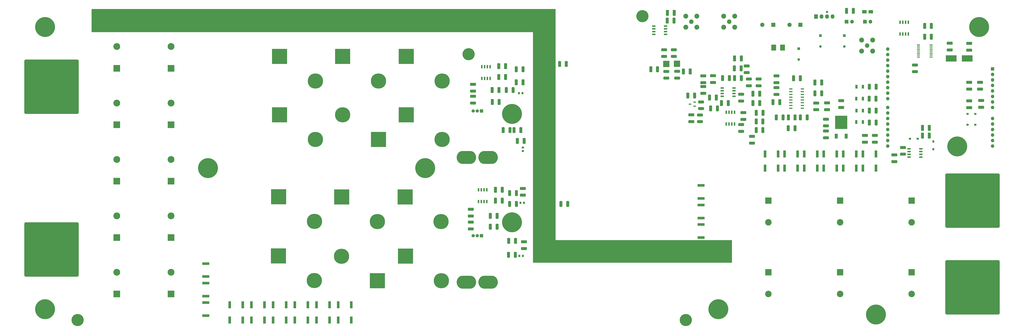
<source format=gbr>
%TF.GenerationSoftware,KiCad,Pcbnew,8.0.8-8.0.8-0~ubuntu22.04.1*%
%TF.CreationDate,2025-02-20T20:21:32-08:00*%
%TF.ProjectId,InverterBoostConverter,496e7665-7274-4657-9242-6f6f7374436f,rev?*%
%TF.SameCoordinates,Original*%
%TF.FileFunction,Soldermask,Top*%
%TF.FilePolarity,Negative*%
%FSLAX46Y46*%
G04 Gerber Fmt 4.6, Leading zero omitted, Abs format (unit mm)*
G04 Created by KiCad (PCBNEW 8.0.8-8.0.8-0~ubuntu22.04.1) date 2025-02-20 20:21:32*
%MOMM*%
%LPD*%
G01*
G04 APERTURE LIST*
G04 Aperture macros list*
%AMRoundRect*
0 Rectangle with rounded corners*
0 $1 Rounding radius*
0 $2 $3 $4 $5 $6 $7 $8 $9 X,Y pos of 4 corners*
0 Add a 4 corners polygon primitive as box body*
4,1,4,$2,$3,$4,$5,$6,$7,$8,$9,$2,$3,0*
0 Add four circle primitives for the rounded corners*
1,1,$1+$1,$2,$3*
1,1,$1+$1,$4,$5*
1,1,$1+$1,$6,$7*
1,1,$1+$1,$8,$9*
0 Add four rect primitives between the rounded corners*
20,1,$1+$1,$2,$3,$4,$5,0*
20,1,$1+$1,$4,$5,$6,$7,0*
20,1,$1+$1,$6,$7,$8,$9,0*
20,1,$1+$1,$8,$9,$2,$3,0*%
%AMHorizOval*
0 Thick line with rounded ends*
0 $1 width*
0 $2 $3 position (X,Y) of the first rounded end (center of the circle)*
0 $4 $5 position (X,Y) of the second rounded end (center of the circle)*
0 Add line between two ends*
20,1,$1,$2,$3,$4,$5,0*
0 Add two circle primitives to create the rounded ends*
1,1,$1,$2,$3*
1,1,$1,$4,$5*%
%AMFreePoly0*
4,1,6,1.000000,0.000000,0.500000,-0.750000,-0.500000,-0.750000,-0.500000,0.750000,0.500000,0.750000,1.000000,0.000000,1.000000,0.000000,$1*%
G04 Aperture macros list end*
%ADD10C,0.200000*%
%ADD11R,3.150000X3.150000*%
%ADD12C,3.150000*%
%ADD13R,3.000000X3.000000*%
%ADD14C,3.000000*%
%ADD15R,1.200000X1.200000*%
%ADD16C,1.200000*%
%ADD17RoundRect,0.250000X-0.412500X-1.100000X0.412500X-1.100000X0.412500X1.100000X-0.412500X1.100000X0*%
%ADD18R,2.290000X2.720000*%
%ADD19C,2.050000*%
%ADD20C,2.250000*%
%ADD21R,1.528000X0.650000*%
%ADD22RoundRect,0.250000X0.400000X1.075000X-0.400000X1.075000X-0.400000X-1.075000X0.400000X-1.075000X0*%
%ADD23R,1.200000X3.300000*%
%ADD24R,1.000000X1.750000*%
%ADD25RoundRect,0.250000X0.412500X1.100000X-0.412500X1.100000X-0.412500X-1.100000X0.412500X-1.100000X0*%
%ADD26R,0.950000X1.000000*%
%ADD27R,7.005000X7.005000*%
%ADD28C,7.005000*%
%ADD29C,9.200000*%
%ADD30RoundRect,0.250000X1.100000X-0.412500X1.100000X0.412500X-1.100000X0.412500X-1.100000X-0.412500X0*%
%ADD31R,1.950000X1.950000*%
%ADD32C,1.950000*%
%ADD33C,1.100000*%
%ADD34R,1.730000X2.030000*%
%ADD35O,1.730000X2.030000*%
%ADD36RoundRect,0.250000X-1.075000X0.400000X-1.075000X-0.400000X1.075000X-0.400000X1.075000X0.400000X0*%
%ADD37R,1.000000X0.950000*%
%ADD38R,1.397000X2.286000*%
%ADD39R,5.690000X6.180000*%
%ADD40RoundRect,0.250000X1.075000X-0.400000X1.075000X0.400000X-1.075000X0.400000X-1.075000X-0.400000X0*%
%ADD41RoundRect,0.250000X-1.100000X0.412500X-1.100000X-0.412500X1.100000X-0.412500X1.100000X0.412500X0*%
%ADD42R,1.475000X0.450000*%
%ADD43RoundRect,0.500000X12.000000X-12.000000X12.000000X12.000000X-12.000000X12.000000X-12.000000X-12.000000X0*%
%ADD44R,1.550000X0.600000*%
%ADD45RoundRect,0.500000X-12.000000X-12.000000X12.000000X-12.000000X12.000000X12.000000X-12.000000X12.000000X0*%
%ADD46R,3.300000X1.200000*%
%ADD47R,1.600000X1.600000*%
%ADD48O,1.600000X1.600000*%
%ADD49R,1.050000X0.850000*%
%ADD50C,5.600000*%
%ADD51R,0.650000X1.528000*%
%ADD52R,0.850000X1.050000*%
%ADD53R,1.250000X0.600000*%
%ADD54RoundRect,0.250000X-0.400000X-1.075000X0.400000X-1.075000X0.400000X1.075000X-0.400000X1.075000X0*%
%ADD55R,1.500000X1.500000*%
%ADD56C,1.500000*%
%ADD57HorizOval,0.800000X0.000000X0.000000X0.000000X0.000000X0*%
%ADD58HorizOval,0.800000X0.000000X0.000000X0.000000X0.000000X0*%
%ADD59C,0.800000*%
%ADD60O,9.000000X6.000000*%
%ADD61FreePoly0,0.000000*%
%ADD62FreePoly0,180.000000*%
%ADD63R,1.700000X1.700000*%
%ADD64O,1.700000X1.700000*%
%ADD65R,4.900000X3.000000*%
G04 APERTURE END LIST*
D10*
X234750000Y-1750000D02*
X245000000Y-1750000D01*
X245000000Y-118500000D01*
X234750000Y-118500000D01*
X234750000Y-1750000D01*
G36*
X234750000Y-1750000D02*
G01*
X245000000Y-1750000D01*
X245000000Y-118500000D01*
X234750000Y-118500000D01*
X234750000Y-1750000D01*
G37*
X31500000Y-1750000D02*
X245000000Y-1750000D01*
X245000000Y-12250000D01*
X31500000Y-12250000D01*
X31500000Y-1750000D01*
G36*
X31500000Y-1750000D02*
G01*
X245000000Y-1750000D01*
X245000000Y-12250000D01*
X31500000Y-12250000D01*
X31500000Y-1750000D01*
G37*
X236875000Y-108250000D02*
X326125000Y-108250000D01*
X326125000Y-118500000D01*
X236875000Y-118500000D01*
X236875000Y-108250000D01*
G36*
X236875000Y-108250000D02*
G01*
X326125000Y-108250000D01*
X326125000Y-118500000D01*
X236875000Y-118500000D01*
X236875000Y-108250000D01*
G37*
D11*
%TO.C,C56*%
X68000000Y-55000000D03*
D12*
X68000000Y-45000000D03*
%TD*%
D11*
%TO.C,C54*%
X68000000Y-29000000D03*
D12*
X68000000Y-19000000D03*
%TD*%
D11*
%TO.C,C51*%
X68000000Y-81000000D03*
D12*
X68000000Y-71000000D03*
%TD*%
D11*
%TO.C,C50*%
X43000000Y-107000000D03*
D12*
X43000000Y-97000000D03*
%TD*%
D11*
%TO.C,C44*%
X68000000Y-133000000D03*
D12*
X68000000Y-123000000D03*
%TD*%
D11*
%TO.C,C53*%
X43000000Y-55000000D03*
D12*
X43000000Y-45000000D03*
%TD*%
D11*
%TO.C,C52*%
X43000000Y-81000000D03*
D12*
X43000000Y-71000000D03*
%TD*%
D11*
%TO.C,C55*%
X43000000Y-29000000D03*
D12*
X43000000Y-19000000D03*
%TD*%
D11*
%TO.C,C46*%
X68000000Y-107000000D03*
D12*
X68000000Y-97000000D03*
%TD*%
D11*
%TO.C,C45*%
X43000000Y-133000000D03*
D12*
X43000000Y-123000000D03*
%TD*%
D13*
%TO.C,C39*%
X343000000Y-123000000D03*
D14*
X343000000Y-133000000D03*
%TD*%
D13*
%TO.C,C37*%
X376000000Y-123000000D03*
D14*
X376000000Y-133000000D03*
%TD*%
D13*
%TO.C,C17*%
X409000000Y-123000000D03*
D14*
X409000000Y-133000000D03*
%TD*%
D13*
%TO.C,C14*%
X409000000Y-90000000D03*
D14*
X409000000Y-100000000D03*
%TD*%
D13*
%TO.C,C15*%
X376000000Y-90000000D03*
D14*
X376000000Y-100000000D03*
%TD*%
D13*
%TO.C,C38*%
X343000000Y-90000000D03*
D14*
X343000000Y-100000000D03*
%TD*%
D15*
%TO.C,C3*%
X357000000Y-20000000D03*
D16*
X357000000Y-25000000D03*
%TD*%
D15*
%TO.C,C2*%
X367000000Y-14000000D03*
D16*
X367000000Y-19000000D03*
%TD*%
D15*
%TO.C,C1*%
X378000000Y-14000000D03*
D16*
X378000000Y-19000000D03*
%TD*%
D17*
%TO.C,C24*%
X327437500Y-24500000D03*
X330562500Y-24500000D03*
%TD*%
D18*
%TO.C,Z1*%
X349500000Y-19500000D03*
X345450000Y-19500000D03*
%TD*%
D19*
%TO.C,J4*%
X325000000Y-7500000D03*
D20*
X322460000Y-4960000D03*
X322460000Y-10040000D03*
X327540000Y-4960000D03*
X327540000Y-10040000D03*
%TD*%
D21*
%TO.C,IC5*%
X407789000Y-66095000D03*
X407789000Y-67365000D03*
X407789000Y-68635000D03*
X407789000Y-69905000D03*
X413211000Y-69905000D03*
X413211000Y-68635000D03*
X413211000Y-67365000D03*
X413211000Y-66095000D03*
%TD*%
D22*
%TO.C,R19*%
X360850000Y-51635000D03*
X357750000Y-51635000D03*
%TD*%
D23*
%TO.C,R14*%
X356500000Y-68500000D03*
X350500000Y-68500000D03*
%TD*%
D24*
%TO.C,LED1*%
X383500000Y-53800000D03*
X386500000Y-53800000D03*
%TD*%
D25*
%TO.C,C20*%
X348262500Y-44635000D03*
X345137500Y-44635000D03*
%TD*%
D22*
%TO.C,R45*%
X225500000Y-39000000D03*
X222400000Y-39000000D03*
%TD*%
D26*
%TO.C,FB1*%
X228400000Y-115500000D03*
X230000000Y-115500000D03*
%TD*%
D22*
%TO.C,R55*%
X227000000Y-91500000D03*
X223900000Y-91500000D03*
%TD*%
D17*
%TO.C,C75*%
X215000000Y-97000000D03*
X218125000Y-97000000D03*
%TD*%
D27*
%TO.C,L6*%
X175795000Y-88295000D03*
D28*
X192295000Y-99635000D03*
%TD*%
D19*
%TO.C,SW1*%
X388500000Y-18500000D03*
D20*
X385960000Y-15960000D03*
X385960000Y-21040000D03*
X391040000Y-15960000D03*
X391040000Y-21040000D03*
%TD*%
D17*
%TO.C,C57*%
X296500000Y-3500000D03*
X299625000Y-3500000D03*
%TD*%
D23*
%TO.C,R74*%
X359500000Y-75000000D03*
X365500000Y-75000000D03*
%TD*%
%TO.C,R15*%
X359500000Y-68500000D03*
X365500000Y-68500000D03*
%TD*%
D27*
%TO.C,L3*%
X117500000Y-115500000D03*
D28*
X134000000Y-126840000D03*
%TD*%
D19*
%TO.C,J3*%
X307500000Y-7500000D03*
D20*
X304960000Y-4960000D03*
X304960000Y-10040000D03*
X310040000Y-4960000D03*
X310040000Y-10040000D03*
%TD*%
D29*
%TO.C,REF\u002A\u002A*%
X10000000Y-10000000D03*
%TD*%
D23*
%TO.C,R5*%
X135000000Y-145000000D03*
X141000000Y-145000000D03*
%TD*%
D30*
%TO.C,C68*%
X426500000Y-20562500D03*
X426500000Y-17437500D03*
%TD*%
D31*
%TO.C,J2*%
X357760000Y-9000000D03*
D32*
X352760000Y-9000000D03*
%TD*%
D30*
%TO.C,C28*%
X307512500Y-53625000D03*
X307512500Y-50500000D03*
%TD*%
D33*
%TO.C,M1*%
X370040000Y-3040000D03*
D34*
X364960000Y-5200000D03*
D35*
X367500000Y-5200000D03*
X370040000Y-5200000D03*
X372580000Y-5200000D03*
%TD*%
D36*
%TO.C,R32*%
X334000000Y-33950000D03*
X334000000Y-37050000D03*
%TD*%
D37*
%TO.C,FB4*%
X230000000Y-65500000D03*
X230000000Y-67100000D03*
%TD*%
D17*
%TO.C,C34*%
X335875000Y-45000000D03*
X339000000Y-45000000D03*
%TD*%
D27*
%TO.C,L10*%
X176295000Y-50500000D03*
D28*
X192795000Y-61840000D03*
%TD*%
D23*
%TO.C,R68*%
X131000000Y-138000000D03*
X125000000Y-138000000D03*
%TD*%
D17*
%TO.C,C79*%
X218875000Y-28000000D03*
X222000000Y-28000000D03*
%TD*%
D38*
%TO.C,Q3*%
X374214000Y-60291000D03*
X378786000Y-60291000D03*
D39*
X376500000Y-53892000D03*
%TD*%
D24*
%TO.C,LED2*%
X383550000Y-48500000D03*
X386550000Y-48500000D03*
%TD*%
D40*
%TO.C,R43*%
X296000000Y-33550000D03*
X296000000Y-30450000D03*
%TD*%
D27*
%TO.C,L1*%
X117545000Y-88250000D03*
D28*
X134045000Y-99590000D03*
%TD*%
D23*
%TO.C,R65*%
X95000000Y-138000000D03*
X101000000Y-138000000D03*
%TD*%
%TO.C,R1*%
X95000000Y-145000000D03*
X101000000Y-145000000D03*
%TD*%
D41*
%TO.C,C47*%
X230000000Y-84375000D03*
X230000000Y-87500000D03*
%TD*%
D22*
%TO.C,R63*%
X392600000Y-48500000D03*
X389500000Y-48500000D03*
%TD*%
D13*
%TO.C,TP1*%
X300950000Y-26950000D03*
%TD*%
D29*
%TO.C,*%
X392500000Y-142500000D03*
%TD*%
D27*
%TO.C,L4*%
X146545000Y-88295000D03*
D28*
X163045000Y-99635000D03*
%TD*%
D22*
%TO.C,R34*%
X330550000Y-33500000D03*
X327450000Y-33500000D03*
%TD*%
D42*
%TO.C,IC6*%
X417938000Y-23925000D03*
X417938000Y-23275000D03*
X417938000Y-22625000D03*
X417938000Y-21975000D03*
X417938000Y-21325000D03*
X417938000Y-20675000D03*
X417938000Y-20025000D03*
X417938000Y-19375000D03*
X417938000Y-18725000D03*
X417938000Y-18075000D03*
X412062000Y-18075000D03*
X412062000Y-18725000D03*
X412062000Y-19375000D03*
X412062000Y-20025000D03*
X412062000Y-20675000D03*
X412062000Y-21325000D03*
X412062000Y-21975000D03*
X412062000Y-22625000D03*
X412062000Y-23275000D03*
X412062000Y-23925000D03*
%TD*%
D17*
%TO.C,C76*%
X215875000Y-39000000D03*
X219000000Y-39000000D03*
%TD*%
D22*
%TO.C,R30*%
X319550000Y-47500000D03*
X316450000Y-47500000D03*
%TD*%
D36*
%TO.C,R80*%
X369500000Y-52450000D03*
X369500000Y-55550000D03*
%TD*%
D22*
%TO.C,R51*%
X226500000Y-115000000D03*
X223400000Y-115000000D03*
%TD*%
D26*
%TO.C,FB2*%
X228200000Y-40500000D03*
X229800000Y-40500000D03*
%TD*%
D25*
%TO.C,C32*%
X292000000Y-29500000D03*
X288875000Y-29500000D03*
%TD*%
D17*
%TO.C,C73*%
X215000000Y-102000000D03*
X218125000Y-102000000D03*
%TD*%
D29*
%TO.C,*%
X225000000Y-100000000D03*
%TD*%
D21*
%TO.C,IC4*%
X290289000Y-9595000D03*
X290289000Y-10865000D03*
X290289000Y-12135000D03*
X290289000Y-13405000D03*
X295711000Y-13405000D03*
X295711000Y-12135000D03*
X295711000Y-10865000D03*
X295711000Y-9595000D03*
%TD*%
D13*
%TO.C,TP2*%
X296000000Y-27000000D03*
%TD*%
D43*
%TO.C,J9*%
X437000000Y-130000000D03*
%TD*%
D29*
%TO.C,*%
X440000000Y-10000000D03*
%TD*%
D23*
%TO.C,R66*%
X111000000Y-138000000D03*
X105000000Y-138000000D03*
%TD*%
D44*
%TO.C,IC1*%
X358700000Y-47445000D03*
X358700000Y-46175000D03*
X358700000Y-44905000D03*
X358700000Y-43635000D03*
X358700000Y-42365000D03*
X358700000Y-41095000D03*
X358700000Y-39825000D03*
X358700000Y-38555000D03*
X353300000Y-38555000D03*
X353300000Y-39825000D03*
X353300000Y-41095000D03*
X353300000Y-42365000D03*
X353300000Y-43635000D03*
X353300000Y-44905000D03*
X353300000Y-46175000D03*
X353300000Y-47445000D03*
%TD*%
D17*
%TO.C,C23*%
X327375000Y-29000000D03*
X330500000Y-29000000D03*
%TD*%
D29*
%TO.C,REF\u002A\u002A*%
X85000000Y-75000000D03*
%TD*%
D23*
%TO.C,R75*%
X374500000Y-75000000D03*
X368500000Y-75000000D03*
%TD*%
D17*
%TO.C,C74*%
X217375000Y-85000000D03*
X220500000Y-85000000D03*
%TD*%
D22*
%TO.C,R20*%
X355250000Y-56635000D03*
X352150000Y-56635000D03*
%TD*%
D36*
%TO.C,R29*%
X312012500Y-44512500D03*
X312012500Y-47612500D03*
%TD*%
D22*
%TO.C,R40*%
X230050000Y-29500000D03*
X226950000Y-29500000D03*
%TD*%
D23*
%TO.C,R16*%
X374500000Y-68500000D03*
X368500000Y-68500000D03*
%TD*%
D17*
%TO.C,C77*%
X227437500Y-62500000D03*
X230562500Y-62500000D03*
%TD*%
D45*
%TO.C,J8*%
X13000000Y-37500000D03*
%TD*%
D23*
%TO.C,R6*%
X151000000Y-145000000D03*
X145000000Y-145000000D03*
%TD*%
%TO.C,R13*%
X341500000Y-68500000D03*
X347500000Y-68500000D03*
%TD*%
D25*
%TO.C,C22*%
X357762500Y-33635000D03*
X354637500Y-33635000D03*
%TD*%
D36*
%TO.C,R48*%
X369500000Y-57900000D03*
X369500000Y-61000000D03*
%TD*%
D41*
%TO.C,C18*%
X365000000Y-45000000D03*
X365000000Y-48125000D03*
%TD*%
D40*
%TO.C,R41*%
X301000000Y-33500000D03*
X301000000Y-30400000D03*
%TD*%
D46*
%TO.C,R12*%
X312000000Y-101000000D03*
X312000000Y-107000000D03*
%TD*%
D17*
%TO.C,C21*%
X364437500Y-35562500D03*
X367562500Y-35562500D03*
%TD*%
D36*
%TO.C,R33*%
X330500000Y-41000000D03*
X330500000Y-44100000D03*
%TD*%
D46*
%TO.C,R9*%
X84000000Y-125000000D03*
X84000000Y-119000000D03*
%TD*%
D23*
%TO.C,R72*%
X341500000Y-75000000D03*
X347500000Y-75000000D03*
%TD*%
D47*
%TO.C,A1*%
X446260000Y-29325000D03*
D48*
X446260000Y-31865000D03*
X446260000Y-34405000D03*
X446260000Y-36945000D03*
X446260000Y-39485000D03*
X446260000Y-42025000D03*
X446260000Y-44565000D03*
X446260000Y-47105000D03*
X446260000Y-52185000D03*
X446260000Y-54725000D03*
X446260000Y-57265000D03*
X446260000Y-59805000D03*
X446260000Y-62345000D03*
X446260000Y-64885000D03*
X398000000Y-64885000D03*
X398000000Y-62345000D03*
X398000000Y-59805000D03*
X398000000Y-57265000D03*
X398000000Y-54725000D03*
X398000000Y-52185000D03*
X398000000Y-49645000D03*
X398000000Y-47105000D03*
X398000000Y-43045000D03*
X398000000Y-40505000D03*
X398000000Y-37965000D03*
X398000000Y-35425000D03*
X398000000Y-32885000D03*
X398000000Y-30345000D03*
X398000000Y-27805000D03*
X398000000Y-25265000D03*
X398000000Y-22725000D03*
X398000000Y-20185000D03*
%TD*%
D49*
%TO.C,Z5*%
X438300000Y-50000000D03*
X434700000Y-50000000D03*
%TD*%
%TO.C,Z3*%
X408200000Y-61500000D03*
X411800000Y-61500000D03*
%TD*%
D30*
%TO.C,C71*%
X206000000Y-97125000D03*
X206000000Y-94000000D03*
%TD*%
D17*
%TO.C,C63*%
X413937500Y-56500000D03*
X417062500Y-56500000D03*
%TD*%
D22*
%TO.C,R38*%
X340500000Y-57500000D03*
X337400000Y-57500000D03*
%TD*%
D41*
%TO.C,C35*%
X230500000Y-109000000D03*
X230500000Y-112125000D03*
%TD*%
D46*
%TO.C,R8*%
X84000000Y-128000000D03*
X84000000Y-134000000D03*
%TD*%
D50*
%TO.C,*%
X305000000Y-145000000D03*
%TD*%
D23*
%TO.C,R67*%
X115000000Y-138000000D03*
X121000000Y-138000000D03*
%TD*%
D45*
%TO.C,J7*%
X13000000Y-112500000D03*
%TD*%
D40*
%TO.C,R78*%
X405000000Y-68600000D03*
X405000000Y-65500000D03*
%TD*%
D30*
%TO.C,C59*%
X435500000Y-47125000D03*
X435500000Y-44000000D03*
%TD*%
D43*
%TO.C,J10*%
X437000000Y-90000000D03*
%TD*%
D36*
%TO.C,R31*%
X338500000Y-33950000D03*
X338500000Y-37050000D03*
%TD*%
D25*
%TO.C,C29*%
X324562500Y-45000000D03*
X321437500Y-45000000D03*
%TD*%
D40*
%TO.C,R23*%
X346700000Y-35635000D03*
X346700000Y-32535000D03*
%TD*%
D51*
%TO.C,IC3*%
X327405000Y-49289000D03*
X326135000Y-49289000D03*
X324865000Y-49289000D03*
X323595000Y-49289000D03*
X323595000Y-54711000D03*
X324865000Y-54711000D03*
X326135000Y-54711000D03*
X327405000Y-54711000D03*
%TD*%
D23*
%TO.C,R70*%
X151000000Y-138000000D03*
X145000000Y-138000000D03*
%TD*%
D22*
%TO.C,R21*%
X349750000Y-51635000D03*
X346650000Y-51635000D03*
%TD*%
D46*
%TO.C,R10*%
X312000000Y-83000000D03*
X312000000Y-89000000D03*
%TD*%
%TO.C,R11*%
X312000000Y-98000000D03*
X312000000Y-92000000D03*
%TD*%
D51*
%TO.C,IC7*%
X403595000Y-13211000D03*
X404865000Y-13211000D03*
X406135000Y-13211000D03*
X407405000Y-13211000D03*
X407405000Y-7789000D03*
X406135000Y-7789000D03*
X404865000Y-7789000D03*
X403595000Y-7789000D03*
%TD*%
D52*
%TO.C,Z4*%
X419000000Y-66300000D03*
X419000000Y-62700000D03*
%TD*%
D22*
%TO.C,R46*%
X229050000Y-57500000D03*
X225950000Y-57500000D03*
%TD*%
D29*
%TO.C,REF\u002A\u002A*%
X10000000Y-140000000D03*
%TD*%
D22*
%TO.C,R62*%
X392600000Y-54000000D03*
X389500000Y-54000000D03*
%TD*%
D23*
%TO.C,R3*%
X115000000Y-145000000D03*
X121000000Y-145000000D03*
%TD*%
D30*
%TO.C,C62*%
X435500000Y-38625000D03*
X435500000Y-35500000D03*
%TD*%
D17*
%TO.C,C31*%
X303937500Y-30500000D03*
X307062500Y-30500000D03*
%TD*%
D30*
%TO.C,C78*%
X207000000Y-39562500D03*
X207000000Y-36437500D03*
%TD*%
D41*
%TO.C,C25*%
X317500000Y-32437500D03*
X317500000Y-35562500D03*
%TD*%
D53*
%TO.C,U2*%
X309062500Y-46512500D03*
X309062500Y-44612500D03*
X306962500Y-45562500D03*
%TD*%
D54*
%TO.C,R58*%
X247500000Y-91500000D03*
X250600000Y-91500000D03*
%TD*%
D51*
%TO.C,IC9*%
X214905000Y-28289000D03*
X213635000Y-28289000D03*
X212365000Y-28289000D03*
X211095000Y-28289000D03*
X211095000Y-33711000D03*
X212365000Y-33711000D03*
X213635000Y-33711000D03*
X214905000Y-33711000D03*
%TD*%
D49*
%TO.C,Z2*%
X438300000Y-55000000D03*
X434700000Y-55000000D03*
%TD*%
D27*
%TO.C,L7*%
X176000000Y-115545000D03*
D28*
X192500000Y-126885000D03*
%TD*%
D36*
%TO.C,R49*%
X330500000Y-54950000D03*
X330500000Y-58050000D03*
%TD*%
D40*
%TO.C,R71*%
X392000000Y-63050000D03*
X392000000Y-59950000D03*
%TD*%
D36*
%TO.C,R50*%
X331500000Y-49450000D03*
X331500000Y-52550000D03*
%TD*%
D17*
%TO.C,C36*%
X226937500Y-35500000D03*
X230062500Y-35500000D03*
%TD*%
D21*
%TO.C,IC2*%
X321789000Y-38095000D03*
X321789000Y-39365000D03*
X321789000Y-40635000D03*
X321789000Y-41905000D03*
X327211000Y-41905000D03*
X327211000Y-40635000D03*
X327211000Y-39365000D03*
X327211000Y-38095000D03*
%TD*%
D51*
%TO.C,IC8*%
X213405000Y-85000000D03*
X212135000Y-85000000D03*
X210865000Y-85000000D03*
X209595000Y-85000000D03*
X209595000Y-90422000D03*
X210865000Y-90422000D03*
X212135000Y-90422000D03*
X213405000Y-90422000D03*
%TD*%
D22*
%TO.C,R22*%
X355300000Y-51635000D03*
X352200000Y-51635000D03*
%TD*%
D31*
%TO.C,J1*%
X345260000Y-9000000D03*
D32*
X340260000Y-9000000D03*
%TD*%
D55*
%TO.C,U6*%
X210900000Y-106175000D03*
D56*
X208990000Y-106175000D03*
X207080000Y-106175000D03*
D57*
X207940000Y-128205000D03*
D58*
X207940000Y-126945000D03*
D59*
X207190000Y-129235000D03*
X207190000Y-125915000D03*
X205990000Y-129625000D03*
X205990000Y-125525000D03*
X204660000Y-129625000D03*
X204660000Y-125525000D03*
D60*
X203990000Y-127575000D03*
D59*
X203320000Y-129625000D03*
X203320000Y-125525000D03*
X201990000Y-129625000D03*
X201990000Y-125525000D03*
X200790000Y-129235000D03*
X200790000Y-125915000D03*
X200040000Y-128205000D03*
X200040000Y-126945000D03*
X217940000Y-128205000D03*
X217940000Y-126945000D03*
X217190000Y-129235000D03*
X217190000Y-125915000D03*
X215990000Y-129625000D03*
X215990000Y-125525000D03*
X214660000Y-129625000D03*
X214660000Y-125525000D03*
D60*
X213990000Y-127575000D03*
D59*
X213320000Y-129625000D03*
X213320000Y-125525000D03*
X211990000Y-129625000D03*
X211990000Y-125525000D03*
X210790000Y-129235000D03*
X210790000Y-125915000D03*
D58*
X210040000Y-128205000D03*
D57*
X210040000Y-126945000D03*
%TD*%
D22*
%TO.C,R60*%
X382100000Y-2500000D03*
X379000000Y-2500000D03*
%TD*%
D50*
%TO.C,*%
X205000000Y-22500000D03*
%TD*%
D23*
%TO.C,R4*%
X131000000Y-145000000D03*
X125000000Y-145000000D03*
%TD*%
D17*
%TO.C,C33*%
X335875000Y-40750000D03*
X339000000Y-40750000D03*
%TD*%
%TO.C,C48*%
X215937500Y-44500000D03*
X219062500Y-44500000D03*
%TD*%
D36*
%TO.C,R37*%
X335500000Y-60400000D03*
X335500000Y-63500000D03*
%TD*%
D40*
%TO.C,R54*%
X207000000Y-45000000D03*
X207000000Y-41900000D03*
%TD*%
D29*
%TO.C,*%
X185000000Y-75000000D03*
%TD*%
D36*
%TO.C,R35*%
X333000000Y-27900000D03*
X333000000Y-31000000D03*
%TD*%
D22*
%TO.C,R79*%
X392600000Y-37500000D03*
X389500000Y-37500000D03*
%TD*%
D27*
%TO.C,L8*%
X147000000Y-23500000D03*
D28*
X163500000Y-34840000D03*
%TD*%
D36*
%TO.C,R42*%
X299500000Y-20450000D03*
X299500000Y-23550000D03*
%TD*%
D23*
%TO.C,R18*%
X392500000Y-68500000D03*
X386500000Y-68500000D03*
%TD*%
D30*
%TO.C,C67*%
X435500000Y-20625000D03*
X435500000Y-17500000D03*
%TD*%
D27*
%TO.C,L12*%
X118000000Y-50500000D03*
D28*
X134500000Y-61840000D03*
%TD*%
D22*
%TO.C,R52*%
X226600000Y-108500000D03*
X223500000Y-108500000D03*
%TD*%
D55*
%TO.C,JP1*%
X387500000Y-3000000D03*
X389900000Y-3000000D03*
D61*
X386700000Y-3000000D03*
D62*
X390700000Y-3000000D03*
%TD*%
D41*
%TO.C,C70*%
X401000000Y-68937500D03*
X401000000Y-72062500D03*
%TD*%
D17*
%TO.C,C65*%
X414937500Y-9500000D03*
X418062500Y-9500000D03*
%TD*%
D63*
%TO.C,J6*%
X387460000Y-7500000D03*
D64*
X390000000Y-7500000D03*
%TD*%
D40*
%TO.C,R39*%
X206000000Y-103000000D03*
X206000000Y-99900000D03*
%TD*%
D25*
%TO.C,C27*%
X319062500Y-42500000D03*
X315937500Y-42500000D03*
%TD*%
D27*
%TO.C,L11*%
X163500000Y-61840000D03*
D28*
X147000000Y-50500000D03*
%TD*%
D41*
%TO.C,C26*%
X313000000Y-32500000D03*
X313000000Y-35625000D03*
%TD*%
D23*
%TO.C,R76*%
X377500000Y-75000000D03*
X383500000Y-75000000D03*
%TD*%
D24*
%TO.C,LED3*%
X383500000Y-43000000D03*
X386500000Y-43000000D03*
%TD*%
D17*
%TO.C,C64*%
X413937500Y-60000000D03*
X417062500Y-60000000D03*
%TD*%
D36*
%TO.C,R27*%
X311512500Y-50512500D03*
X311512500Y-53612500D03*
%TD*%
D23*
%TO.C,R77*%
X392500000Y-75000000D03*
X386500000Y-75000000D03*
%TD*%
D22*
%TO.C,R53*%
X224050000Y-57500000D03*
X220950000Y-57500000D03*
%TD*%
%TO.C,R64*%
X392550000Y-43000000D03*
X389450000Y-43000000D03*
%TD*%
D36*
%TO.C,R24*%
X346700000Y-37950000D03*
X346700000Y-41050000D03*
%TD*%
D29*
%TO.C,*%
X320000000Y-140000000D03*
%TD*%
D26*
%TO.C,FB3*%
X228900000Y-91000000D03*
X230500000Y-91000000D03*
%TD*%
D24*
%TO.C,LED4*%
X383550000Y-37500000D03*
X386550000Y-37500000D03*
%TD*%
D54*
%TO.C,R28*%
X305962500Y-41562500D03*
X309062500Y-41562500D03*
%TD*%
D29*
%TO.C,*%
X430000000Y-65000000D03*
%TD*%
D22*
%TO.C,R36*%
X340500000Y-53500000D03*
X337400000Y-53500000D03*
%TD*%
D29*
%TO.C,*%
X225000000Y-50000000D03*
%TD*%
D40*
%TO.C,R47*%
X376500000Y-47050000D03*
X376500000Y-43950000D03*
%TD*%
D23*
%TO.C,R69*%
X135000000Y-138000000D03*
X141000000Y-138000000D03*
%TD*%
D36*
%TO.C,R59*%
X410500000Y-27500000D03*
X410500000Y-30600000D03*
%TD*%
D30*
%TO.C,C60*%
X441000000Y-47000000D03*
X441000000Y-43875000D03*
%TD*%
D17*
%TO.C,C72*%
X217375000Y-90000000D03*
X220500000Y-90000000D03*
%TD*%
D41*
%TO.C,C19*%
X370000000Y-44937500D03*
X370000000Y-48062500D03*
%TD*%
D54*
%TO.C,R61*%
X246900000Y-27000000D03*
X250000000Y-27000000D03*
%TD*%
D17*
%TO.C,C58*%
X296437500Y-7000000D03*
X299562500Y-7000000D03*
%TD*%
D50*
%TO.C,*%
X285000000Y-5000000D03*
%TD*%
D54*
%TO.C,R57*%
X321950000Y-33500000D03*
X325050000Y-33500000D03*
%TD*%
D50*
%TO.C,REF\u002A\u002A*%
X25000000Y-145000000D03*
%TD*%
D36*
%TO.C,R44*%
X295000000Y-20450000D03*
X295000000Y-23550000D03*
%TD*%
D55*
%TO.C,U1*%
X210900000Y-48675000D03*
D56*
X208990000Y-48675000D03*
X207080000Y-48675000D03*
D57*
X207940000Y-70705000D03*
D58*
X207940000Y-69445000D03*
D59*
X207190000Y-71735000D03*
X207190000Y-68415000D03*
X205990000Y-72125000D03*
X205990000Y-68025000D03*
X204660000Y-72125000D03*
X204660000Y-68025000D03*
D60*
X203990000Y-70075000D03*
D59*
X203320000Y-72125000D03*
X203320000Y-68025000D03*
X201990000Y-72125000D03*
X201990000Y-68025000D03*
X200790000Y-71735000D03*
X200790000Y-68415000D03*
X200040000Y-70705000D03*
X200040000Y-69445000D03*
X217940000Y-70705000D03*
X217940000Y-69445000D03*
X217190000Y-71735000D03*
X217190000Y-68415000D03*
X215990000Y-72125000D03*
X215990000Y-68025000D03*
X214660000Y-72125000D03*
X214660000Y-68025000D03*
D60*
X213990000Y-70075000D03*
D59*
X213320000Y-72125000D03*
X213320000Y-68025000D03*
X211990000Y-72125000D03*
X211990000Y-68025000D03*
X210790000Y-71735000D03*
X210790000Y-68415000D03*
D58*
X210040000Y-70705000D03*
D57*
X210040000Y-69445000D03*
%TD*%
D27*
%TO.C,L2*%
X176295000Y-23500000D03*
D28*
X192795000Y-34840000D03*
%TD*%
D17*
%TO.C,C80*%
X218875000Y-33000000D03*
X222000000Y-33000000D03*
%TD*%
D54*
%TO.C,R25*%
X364450000Y-40562500D03*
X367550000Y-40562500D03*
%TD*%
D36*
%TO.C,R26*%
X313000000Y-37450000D03*
X313000000Y-40550000D03*
%TD*%
D27*
%TO.C,L5*%
X163000000Y-126955000D03*
D28*
X146500000Y-115615000D03*
%TD*%
D63*
%TO.C,J5*%
X379000000Y-7500000D03*
D64*
X381540000Y-7500000D03*
%TD*%
D27*
%TO.C,L9*%
X118000000Y-23500000D03*
D28*
X134500000Y-34840000D03*
%TD*%
D23*
%TO.C,R17*%
X377500000Y-68500000D03*
X383500000Y-68500000D03*
%TD*%
D17*
%TO.C,C30*%
X337400000Y-49500000D03*
X340525000Y-49500000D03*
%TD*%
D22*
%TO.C,R56*%
X227000000Y-86500000D03*
X223900000Y-86500000D03*
%TD*%
D17*
%TO.C,C66*%
X414937500Y-14500000D03*
X418062500Y-14500000D03*
%TD*%
D30*
%TO.C,C69*%
X387500000Y-63062500D03*
X387500000Y-59937500D03*
%TD*%
D23*
%TO.C,R2*%
X111000000Y-145000000D03*
X105000000Y-145000000D03*
%TD*%
D65*
%TO.C,Y1*%
X427200000Y-24500000D03*
X434500000Y-24500000D03*
%TD*%
D46*
%TO.C,R7*%
X84000000Y-143000000D03*
X84000000Y-137000000D03*
%TD*%
D23*
%TO.C,R73*%
X356500000Y-75000000D03*
X350500000Y-75000000D03*
%TD*%
D30*
%TO.C,C61*%
X440500000Y-38625000D03*
X440500000Y-35500000D03*
%TD*%
M02*

</source>
